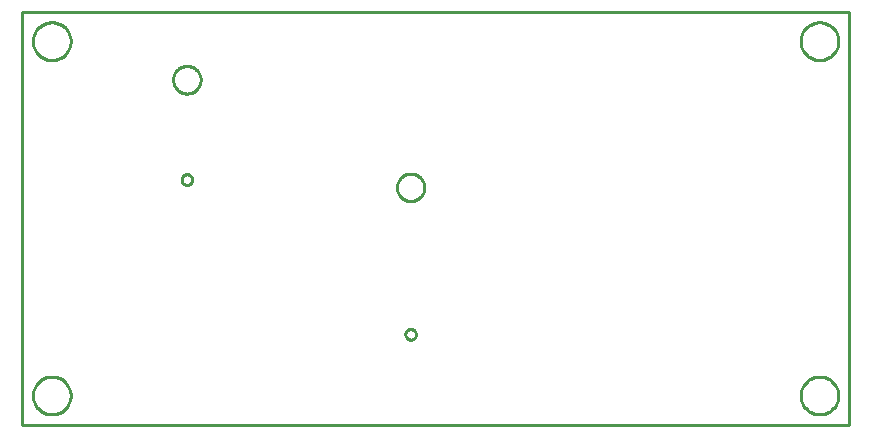
<source format=gbr>
G04 EAGLE Gerber RS-274X export*
G75*
%MOMM*%
%FSLAX34Y34*%
%LPD*%
%IN*%
%IPPOS*%
%AMOC8*
5,1,8,0,0,1.08239X$1,22.5*%
G01*
%ADD10C,0.254000*%


D10*
X0Y0D02*
X700000Y0D01*
X700000Y350000D01*
X0Y350000D01*
X0Y0D01*
X41000Y324476D02*
X40932Y323431D01*
X40795Y322392D01*
X40590Y321365D01*
X40319Y320353D01*
X39983Y319361D01*
X39582Y318393D01*
X39118Y317454D01*
X38595Y316546D01*
X38013Y315675D01*
X37375Y314844D01*
X36684Y314057D01*
X35943Y313316D01*
X35156Y312625D01*
X34325Y311988D01*
X33454Y311406D01*
X32546Y310882D01*
X31607Y310418D01*
X30639Y310017D01*
X29647Y309681D01*
X28635Y309410D01*
X27608Y309205D01*
X26569Y309069D01*
X25524Y309000D01*
X24476Y309000D01*
X23431Y309069D01*
X22392Y309205D01*
X21365Y309410D01*
X20353Y309681D01*
X19361Y310017D01*
X18393Y310418D01*
X17454Y310882D01*
X16546Y311406D01*
X15675Y311988D01*
X14844Y312625D01*
X14057Y313316D01*
X13316Y314057D01*
X12625Y314844D01*
X11988Y315675D01*
X11406Y316546D01*
X10882Y317454D01*
X10418Y318393D01*
X10017Y319361D01*
X9681Y320353D01*
X9410Y321365D01*
X9205Y322392D01*
X9069Y323431D01*
X9000Y324476D01*
X9000Y325524D01*
X9069Y326569D01*
X9205Y327608D01*
X9410Y328635D01*
X9681Y329647D01*
X10017Y330639D01*
X10418Y331607D01*
X10882Y332546D01*
X11406Y333454D01*
X11988Y334325D01*
X12625Y335156D01*
X13316Y335943D01*
X14057Y336684D01*
X14844Y337375D01*
X15675Y338013D01*
X16546Y338595D01*
X17454Y339118D01*
X18393Y339582D01*
X19361Y339983D01*
X20353Y340319D01*
X21365Y340590D01*
X22392Y340795D01*
X23431Y340932D01*
X24476Y341000D01*
X25524Y341000D01*
X26569Y340932D01*
X27608Y340795D01*
X28635Y340590D01*
X29647Y340319D01*
X30639Y339983D01*
X31607Y339582D01*
X32546Y339118D01*
X33454Y338595D01*
X34325Y338013D01*
X35156Y337375D01*
X35943Y336684D01*
X36684Y335943D01*
X37375Y335156D01*
X38013Y334325D01*
X38595Y333454D01*
X39118Y332546D01*
X39582Y331607D01*
X39983Y330639D01*
X40319Y329647D01*
X40590Y328635D01*
X40795Y327608D01*
X40932Y326569D01*
X41000Y325524D01*
X41000Y324476D01*
X41000Y24476D02*
X40932Y23431D01*
X40795Y22392D01*
X40590Y21365D01*
X40319Y20353D01*
X39983Y19361D01*
X39582Y18393D01*
X39118Y17454D01*
X38595Y16546D01*
X38013Y15675D01*
X37375Y14844D01*
X36684Y14057D01*
X35943Y13316D01*
X35156Y12625D01*
X34325Y11988D01*
X33454Y11406D01*
X32546Y10882D01*
X31607Y10418D01*
X30639Y10017D01*
X29647Y9681D01*
X28635Y9410D01*
X27608Y9205D01*
X26569Y9069D01*
X25524Y9000D01*
X24476Y9000D01*
X23431Y9069D01*
X22392Y9205D01*
X21365Y9410D01*
X20353Y9681D01*
X19361Y10017D01*
X18393Y10418D01*
X17454Y10882D01*
X16546Y11406D01*
X15675Y11988D01*
X14844Y12625D01*
X14057Y13316D01*
X13316Y14057D01*
X12625Y14844D01*
X11988Y15675D01*
X11406Y16546D01*
X10882Y17454D01*
X10418Y18393D01*
X10017Y19361D01*
X9681Y20353D01*
X9410Y21365D01*
X9205Y22392D01*
X9069Y23431D01*
X9000Y24476D01*
X9000Y25524D01*
X9069Y26569D01*
X9205Y27608D01*
X9410Y28635D01*
X9681Y29647D01*
X10017Y30639D01*
X10418Y31607D01*
X10882Y32546D01*
X11406Y33454D01*
X11988Y34325D01*
X12625Y35156D01*
X13316Y35943D01*
X14057Y36684D01*
X14844Y37375D01*
X15675Y38013D01*
X16546Y38595D01*
X17454Y39118D01*
X18393Y39582D01*
X19361Y39983D01*
X20353Y40319D01*
X21365Y40590D01*
X22392Y40795D01*
X23431Y40932D01*
X24476Y41000D01*
X25524Y41000D01*
X26569Y40932D01*
X27608Y40795D01*
X28635Y40590D01*
X29647Y40319D01*
X30639Y39983D01*
X31607Y39582D01*
X32546Y39118D01*
X33454Y38595D01*
X34325Y38013D01*
X35156Y37375D01*
X35943Y36684D01*
X36684Y35943D01*
X37375Y35156D01*
X38013Y34325D01*
X38595Y33454D01*
X39118Y32546D01*
X39582Y31607D01*
X39983Y30639D01*
X40319Y29647D01*
X40590Y28635D01*
X40795Y27608D01*
X40932Y26569D01*
X41000Y25524D01*
X41000Y24476D01*
X691000Y24476D02*
X690932Y23431D01*
X690795Y22392D01*
X690590Y21365D01*
X690319Y20353D01*
X689983Y19361D01*
X689582Y18393D01*
X689118Y17454D01*
X688595Y16546D01*
X688013Y15675D01*
X687375Y14844D01*
X686684Y14057D01*
X685943Y13316D01*
X685156Y12625D01*
X684325Y11988D01*
X683454Y11406D01*
X682546Y10882D01*
X681607Y10418D01*
X680639Y10017D01*
X679647Y9681D01*
X678635Y9410D01*
X677608Y9205D01*
X676569Y9069D01*
X675524Y9000D01*
X674476Y9000D01*
X673431Y9069D01*
X672392Y9205D01*
X671365Y9410D01*
X670353Y9681D01*
X669361Y10017D01*
X668393Y10418D01*
X667454Y10882D01*
X666546Y11406D01*
X665675Y11988D01*
X664844Y12625D01*
X664057Y13316D01*
X663316Y14057D01*
X662625Y14844D01*
X661988Y15675D01*
X661406Y16546D01*
X660882Y17454D01*
X660418Y18393D01*
X660017Y19361D01*
X659681Y20353D01*
X659410Y21365D01*
X659205Y22392D01*
X659069Y23431D01*
X659000Y24476D01*
X659000Y25524D01*
X659069Y26569D01*
X659205Y27608D01*
X659410Y28635D01*
X659681Y29647D01*
X660017Y30639D01*
X660418Y31607D01*
X660882Y32546D01*
X661406Y33454D01*
X661988Y34325D01*
X662625Y35156D01*
X663316Y35943D01*
X664057Y36684D01*
X664844Y37375D01*
X665675Y38013D01*
X666546Y38595D01*
X667454Y39118D01*
X668393Y39582D01*
X669361Y39983D01*
X670353Y40319D01*
X671365Y40590D01*
X672392Y40795D01*
X673431Y40932D01*
X674476Y41000D01*
X675524Y41000D01*
X676569Y40932D01*
X677608Y40795D01*
X678635Y40590D01*
X679647Y40319D01*
X680639Y39983D01*
X681607Y39582D01*
X682546Y39118D01*
X683454Y38595D01*
X684325Y38013D01*
X685156Y37375D01*
X685943Y36684D01*
X686684Y35943D01*
X687375Y35156D01*
X688013Y34325D01*
X688595Y33454D01*
X689118Y32546D01*
X689582Y31607D01*
X689983Y30639D01*
X690319Y29647D01*
X690590Y28635D01*
X690795Y27608D01*
X690932Y26569D01*
X691000Y25524D01*
X691000Y24476D01*
X691000Y324476D02*
X690932Y323431D01*
X690795Y322392D01*
X690590Y321365D01*
X690319Y320353D01*
X689983Y319361D01*
X689582Y318393D01*
X689118Y317454D01*
X688595Y316546D01*
X688013Y315675D01*
X687375Y314844D01*
X686684Y314057D01*
X685943Y313316D01*
X685156Y312625D01*
X684325Y311988D01*
X683454Y311406D01*
X682546Y310882D01*
X681607Y310418D01*
X680639Y310017D01*
X679647Y309681D01*
X678635Y309410D01*
X677608Y309205D01*
X676569Y309069D01*
X675524Y309000D01*
X674476Y309000D01*
X673431Y309069D01*
X672392Y309205D01*
X671365Y309410D01*
X670353Y309681D01*
X669361Y310017D01*
X668393Y310418D01*
X667454Y310882D01*
X666546Y311406D01*
X665675Y311988D01*
X664844Y312625D01*
X664057Y313316D01*
X663316Y314057D01*
X662625Y314844D01*
X661988Y315675D01*
X661406Y316546D01*
X660882Y317454D01*
X660418Y318393D01*
X660017Y319361D01*
X659681Y320353D01*
X659410Y321365D01*
X659205Y322392D01*
X659069Y323431D01*
X659000Y324476D01*
X659000Y325524D01*
X659069Y326569D01*
X659205Y327608D01*
X659410Y328635D01*
X659681Y329647D01*
X660017Y330639D01*
X660418Y331607D01*
X660882Y332546D01*
X661406Y333454D01*
X661988Y334325D01*
X662625Y335156D01*
X663316Y335943D01*
X664057Y336684D01*
X664844Y337375D01*
X665675Y338013D01*
X666546Y338595D01*
X667454Y339118D01*
X668393Y339582D01*
X669361Y339983D01*
X670353Y340319D01*
X671365Y340590D01*
X672392Y340795D01*
X673431Y340932D01*
X674476Y341000D01*
X675524Y341000D01*
X676569Y340932D01*
X677608Y340795D01*
X678635Y340590D01*
X679647Y340319D01*
X680639Y339983D01*
X681607Y339582D01*
X682546Y339118D01*
X683454Y338595D01*
X684325Y338013D01*
X685156Y337375D01*
X685943Y336684D01*
X686684Y335943D01*
X687375Y335156D01*
X688013Y334325D01*
X688595Y333454D01*
X689118Y332546D01*
X689582Y331607D01*
X689983Y330639D01*
X690319Y329647D01*
X690590Y328635D01*
X690795Y327608D01*
X690932Y326569D01*
X691000Y325524D01*
X691000Y324476D01*
X138933Y280740D02*
X138022Y280812D01*
X137119Y280955D01*
X136231Y281168D01*
X135362Y281450D01*
X134517Y281800D01*
X133703Y282215D01*
X132924Y282693D01*
X132184Y283230D01*
X131489Y283823D01*
X130843Y284469D01*
X130250Y285164D01*
X129713Y285904D01*
X129235Y286683D01*
X128820Y287497D01*
X128470Y288342D01*
X128188Y289211D01*
X127975Y290099D01*
X127832Y291002D01*
X127760Y291913D01*
X127760Y292827D01*
X127832Y293738D01*
X127975Y294641D01*
X128188Y295529D01*
X128470Y296398D01*
X128820Y297243D01*
X129235Y298057D01*
X129713Y298836D01*
X130250Y299576D01*
X130843Y300271D01*
X131489Y300917D01*
X132184Y301510D01*
X132924Y302047D01*
X133703Y302525D01*
X134517Y302940D01*
X135362Y303290D01*
X136231Y303572D01*
X137119Y303785D01*
X138022Y303928D01*
X138933Y304000D01*
X139847Y304000D01*
X140758Y303928D01*
X141661Y303785D01*
X142549Y303572D01*
X143418Y303290D01*
X144263Y302940D01*
X145077Y302525D01*
X145856Y302047D01*
X146596Y301510D01*
X147291Y300917D01*
X147937Y300271D01*
X148530Y299576D01*
X149067Y298836D01*
X149545Y298057D01*
X149960Y297243D01*
X150310Y296398D01*
X150592Y295529D01*
X150805Y294641D01*
X150948Y293738D01*
X151020Y292827D01*
X151020Y291913D01*
X150948Y291002D01*
X150805Y290099D01*
X150592Y289211D01*
X150310Y288342D01*
X149960Y287497D01*
X149545Y286683D01*
X149067Y285904D01*
X148530Y285164D01*
X147937Y284469D01*
X147291Y283823D01*
X146596Y283230D01*
X145856Y282693D01*
X145077Y282215D01*
X144263Y281800D01*
X143418Y281450D01*
X142549Y281168D01*
X141661Y280955D01*
X140758Y280812D01*
X139847Y280740D01*
X138933Y280740D01*
X139095Y203370D02*
X138510Y203447D01*
X137940Y203600D01*
X137395Y203825D01*
X136885Y204120D01*
X136417Y204479D01*
X135999Y204897D01*
X135640Y205365D01*
X135345Y205875D01*
X135120Y206420D01*
X134967Y206990D01*
X134890Y207575D01*
X134890Y208165D01*
X134967Y208750D01*
X135120Y209320D01*
X135345Y209865D01*
X135640Y210375D01*
X135999Y210843D01*
X136417Y211261D01*
X136885Y211620D01*
X137395Y211915D01*
X137940Y212140D01*
X138510Y212293D01*
X139095Y212370D01*
X139685Y212370D01*
X140270Y212293D01*
X140840Y212140D01*
X141385Y211915D01*
X141895Y211620D01*
X142363Y211261D01*
X142781Y210843D01*
X143140Y210375D01*
X143435Y209865D01*
X143660Y209320D01*
X143813Y208750D01*
X143890Y208165D01*
X143890Y207575D01*
X143813Y206990D01*
X143660Y206420D01*
X143435Y205875D01*
X143140Y205365D01*
X142781Y204897D01*
X142363Y204479D01*
X141895Y204120D01*
X141385Y203825D01*
X140840Y203600D01*
X140270Y203447D01*
X139685Y203370D01*
X139095Y203370D01*
X328393Y189620D02*
X327482Y189692D01*
X326579Y189835D01*
X325691Y190048D01*
X324822Y190330D01*
X323977Y190680D01*
X323163Y191095D01*
X322384Y191573D01*
X321644Y192110D01*
X320949Y192703D01*
X320303Y193349D01*
X319710Y194044D01*
X319173Y194784D01*
X318695Y195563D01*
X318280Y196377D01*
X317930Y197222D01*
X317648Y198091D01*
X317435Y198979D01*
X317292Y199882D01*
X317220Y200793D01*
X317220Y201707D01*
X317292Y202618D01*
X317435Y203521D01*
X317648Y204409D01*
X317930Y205278D01*
X318280Y206123D01*
X318695Y206937D01*
X319173Y207716D01*
X319710Y208456D01*
X320303Y209151D01*
X320949Y209797D01*
X321644Y210390D01*
X322384Y210927D01*
X323163Y211405D01*
X323977Y211820D01*
X324822Y212170D01*
X325691Y212452D01*
X326579Y212665D01*
X327482Y212808D01*
X328393Y212880D01*
X329307Y212880D01*
X330218Y212808D01*
X331121Y212665D01*
X332009Y212452D01*
X332878Y212170D01*
X333723Y211820D01*
X334537Y211405D01*
X335316Y210927D01*
X336056Y210390D01*
X336751Y209797D01*
X337397Y209151D01*
X337990Y208456D01*
X338527Y207716D01*
X339005Y206937D01*
X339420Y206123D01*
X339770Y205278D01*
X340052Y204409D01*
X340265Y203521D01*
X340408Y202618D01*
X340480Y201707D01*
X340480Y200793D01*
X340408Y199882D01*
X340265Y198979D01*
X340052Y198091D01*
X339770Y197222D01*
X339420Y196377D01*
X339005Y195563D01*
X338527Y194784D01*
X337990Y194044D01*
X337397Y193349D01*
X336751Y192703D01*
X336056Y192110D01*
X335316Y191573D01*
X334537Y191095D01*
X333723Y190680D01*
X332878Y190330D01*
X332009Y190048D01*
X331121Y189835D01*
X330218Y189692D01*
X329307Y189620D01*
X328393Y189620D01*
X328555Y72250D02*
X327970Y72327D01*
X327400Y72480D01*
X326855Y72705D01*
X326345Y73000D01*
X325877Y73359D01*
X325459Y73777D01*
X325100Y74245D01*
X324805Y74755D01*
X324580Y75300D01*
X324427Y75870D01*
X324350Y76455D01*
X324350Y77045D01*
X324427Y77630D01*
X324580Y78200D01*
X324805Y78745D01*
X325100Y79255D01*
X325459Y79723D01*
X325877Y80141D01*
X326345Y80500D01*
X326855Y80795D01*
X327400Y81020D01*
X327970Y81173D01*
X328555Y81250D01*
X329145Y81250D01*
X329730Y81173D01*
X330300Y81020D01*
X330845Y80795D01*
X331355Y80500D01*
X331823Y80141D01*
X332241Y79723D01*
X332600Y79255D01*
X332895Y78745D01*
X333120Y78200D01*
X333273Y77630D01*
X333350Y77045D01*
X333350Y76455D01*
X333273Y75870D01*
X333120Y75300D01*
X332895Y74755D01*
X332600Y74245D01*
X332241Y73777D01*
X331823Y73359D01*
X331355Y73000D01*
X330845Y72705D01*
X330300Y72480D01*
X329730Y72327D01*
X329145Y72250D01*
X328555Y72250D01*
M02*

</source>
